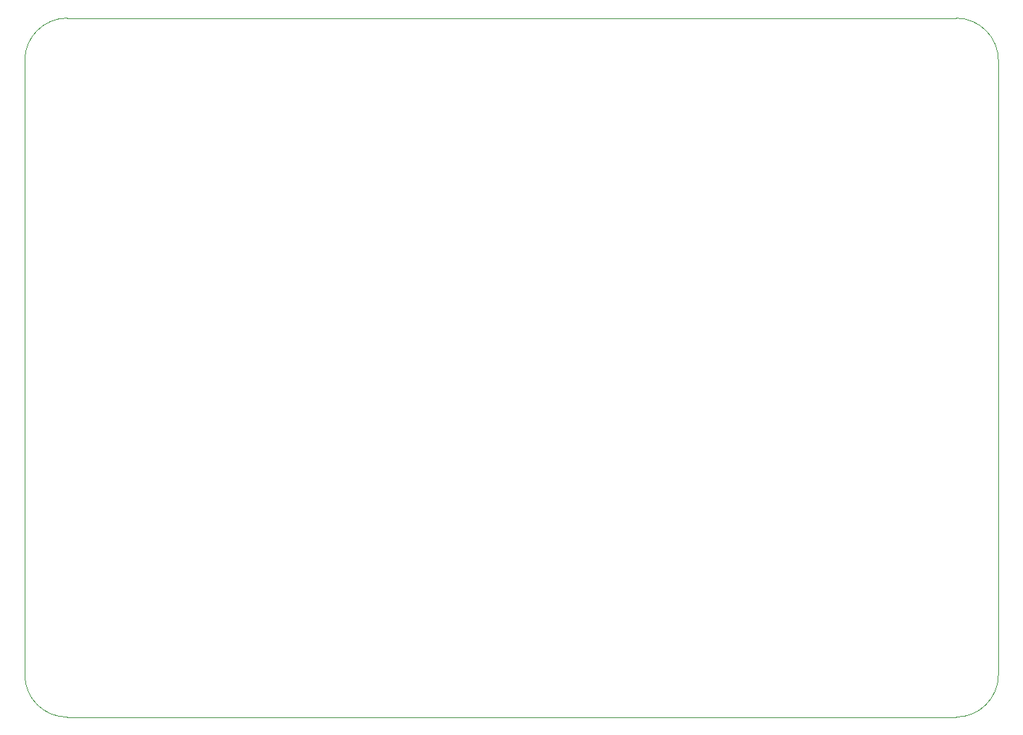
<source format=gbr>
%TF.GenerationSoftware,KiCad,Pcbnew,7.0.7*%
%TF.CreationDate,2024-06-01T18:58:37-04:00*%
%TF.ProjectId,Payload,5061796c-6f61-4642-9e6b-696361645f70,rev?*%
%TF.SameCoordinates,Original*%
%TF.FileFunction,Profile,NP*%
%FSLAX46Y46*%
G04 Gerber Fmt 4.6, Leading zero omitted, Abs format (unit mm)*
G04 Created by KiCad (PCBNEW 7.0.7) date 2024-06-01 18:58:37*
%MOMM*%
%LPD*%
G01*
G04 APERTURE LIST*
%TA.AperFunction,Profile*%
%ADD10C,0.100000*%
%TD*%
G04 APERTURE END LIST*
D10*
X63500000Y-38100000D02*
X170180000Y-38100000D01*
X58420000Y-116840000D02*
X58420000Y-43180000D01*
X170180000Y-121920000D02*
X63500000Y-121920000D01*
X175260000Y-43180000D02*
X175260000Y-116840000D01*
X63500000Y-38100000D02*
G75*
G03*
X58420000Y-43180000I0J-5080000D01*
G01*
X58420000Y-116840000D02*
G75*
G03*
X63500000Y-121920000I5080000J0D01*
G01*
X170180000Y-121920000D02*
G75*
G03*
X175260000Y-116840000I0J5080000D01*
G01*
X175260000Y-43180000D02*
G75*
G03*
X170180000Y-38100000I-5080000J0D01*
G01*
M02*

</source>
